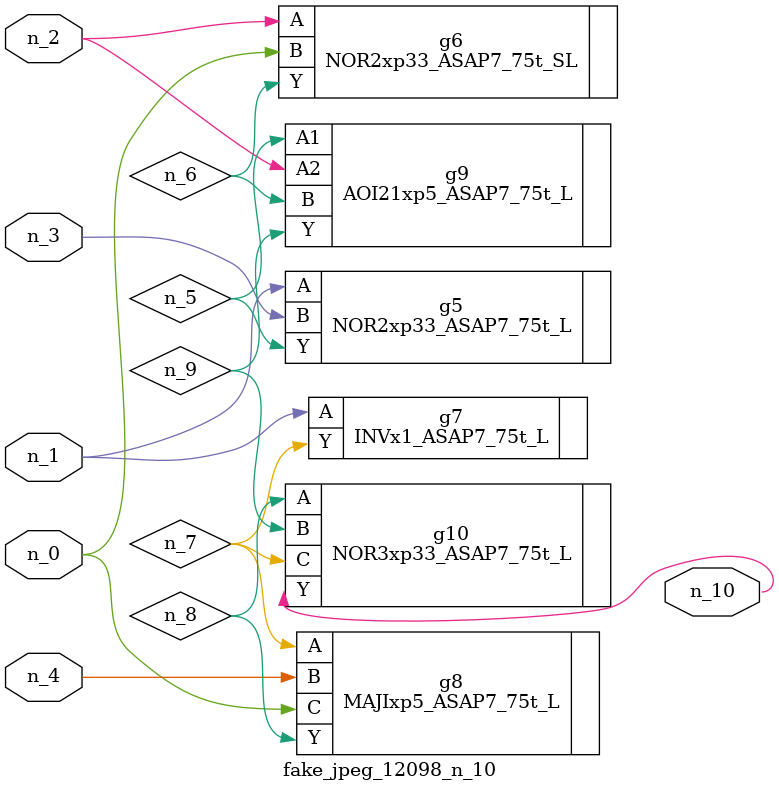
<source format=v>
module fake_jpeg_12098_n_10 (n_3, n_2, n_1, n_0, n_4, n_10);

input n_3;
input n_2;
input n_1;
input n_0;
input n_4;

output n_10;

wire n_8;
wire n_9;
wire n_6;
wire n_5;
wire n_7;

NOR2xp33_ASAP7_75t_L g5 ( 
.A(n_1),
.B(n_3),
.Y(n_5)
);

NOR2xp33_ASAP7_75t_SL g6 ( 
.A(n_2),
.B(n_0),
.Y(n_6)
);

INVx1_ASAP7_75t_L g7 ( 
.A(n_1),
.Y(n_7)
);

MAJIxp5_ASAP7_75t_L g8 ( 
.A(n_7),
.B(n_4),
.C(n_0),
.Y(n_8)
);

NOR3xp33_ASAP7_75t_L g10 ( 
.A(n_8),
.B(n_9),
.C(n_7),
.Y(n_10)
);

AOI21xp5_ASAP7_75t_L g9 ( 
.A1(n_5),
.A2(n_2),
.B(n_6),
.Y(n_9)
);


endmodule
</source>
